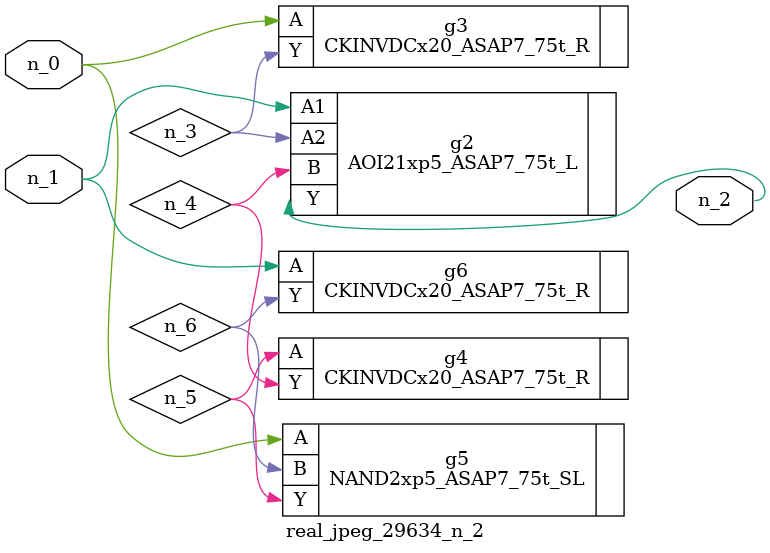
<source format=v>
module real_jpeg_29634_n_2 (n_1, n_0, n_2);

input n_1;
input n_0;

output n_2;

wire n_5;
wire n_4;
wire n_6;
wire n_3;

CKINVDCx20_ASAP7_75t_R g3 ( 
.A(n_0),
.Y(n_3)
);

NAND2xp5_ASAP7_75t_SL g5 ( 
.A(n_0),
.B(n_6),
.Y(n_5)
);

AOI21xp5_ASAP7_75t_L g2 ( 
.A1(n_1),
.A2(n_3),
.B(n_4),
.Y(n_2)
);

CKINVDCx20_ASAP7_75t_R g6 ( 
.A(n_1),
.Y(n_6)
);

CKINVDCx20_ASAP7_75t_R g4 ( 
.A(n_5),
.Y(n_4)
);


endmodule
</source>
